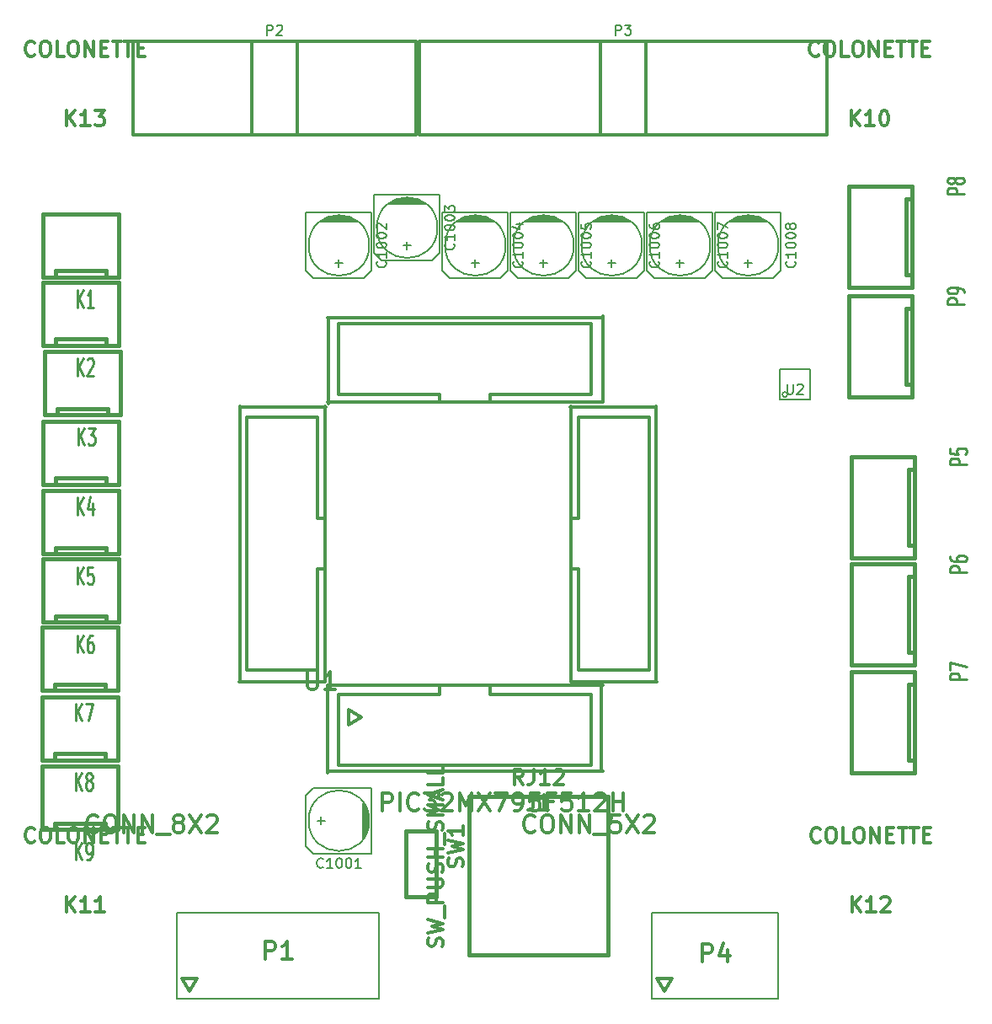
<source format=gto>
G04 #@! TF.FileFunction,Legend,Top*
%FSLAX46Y46*%
G04 Gerber Fmt 4.6, Leading zero omitted, Abs format (unit mm)*
G04 Created by KiCad (PCBNEW 4.0.0-rc1-stable) date mer. 14 oct. 2015 22:56:32 CEST*
%MOMM*%
G01*
G04 APERTURE LIST*
%ADD10C,0.150000*%
%ADD11C,0.304800*%
%ADD12C,0.299720*%
%ADD13C,0.381000*%
%ADD14C,0.152400*%
%ADD15C,0.203200*%
%ADD16C,0.271780*%
G04 APERTURE END LIST*
D10*
D11*
X73811000Y-41497000D02*
X102211000Y-41497000D01*
X102211000Y-32097000D02*
X73811000Y-32097000D01*
X73811000Y-32097000D02*
X73811000Y-41497000D01*
X102211000Y-32097000D02*
X102211000Y-41497000D01*
D12*
X90311000Y-32097000D02*
X90311000Y-41497000D01*
X85711000Y-32097000D02*
X85711000Y-41497000D01*
D13*
X71120000Y-55118000D02*
X71120000Y-55753000D01*
X64770000Y-55753000D02*
X72390000Y-55753000D01*
X71120000Y-55118000D02*
X66040000Y-55118000D01*
X66040000Y-55118000D02*
X66040000Y-55753000D01*
X72390000Y-55753000D02*
X72390000Y-49403000D01*
X72390000Y-49403000D02*
X64770000Y-49403000D01*
X66040000Y-55118000D02*
X66040000Y-55753000D01*
X64770000Y-55753000D02*
X64770000Y-49403000D01*
X71120000Y-61976000D02*
X71120000Y-62611000D01*
X64770000Y-62611000D02*
X72390000Y-62611000D01*
X71120000Y-61976000D02*
X66040000Y-61976000D01*
X66040000Y-61976000D02*
X66040000Y-62611000D01*
X72390000Y-62611000D02*
X72390000Y-56261000D01*
X72390000Y-56261000D02*
X64770000Y-56261000D01*
X66040000Y-61976000D02*
X66040000Y-62611000D01*
X64770000Y-62611000D02*
X64770000Y-56261000D01*
X71247000Y-68961000D02*
X71247000Y-69596000D01*
X64897000Y-69596000D02*
X72517000Y-69596000D01*
X71247000Y-68961000D02*
X66167000Y-68961000D01*
X66167000Y-68961000D02*
X66167000Y-69596000D01*
X72517000Y-69596000D02*
X72517000Y-63246000D01*
X72517000Y-63246000D02*
X64897000Y-63246000D01*
X66167000Y-68961000D02*
X66167000Y-69596000D01*
X64897000Y-69596000D02*
X64897000Y-63246000D01*
X71120000Y-75946000D02*
X71120000Y-76581000D01*
X64770000Y-76581000D02*
X72390000Y-76581000D01*
X71120000Y-75946000D02*
X66040000Y-75946000D01*
X66040000Y-75946000D02*
X66040000Y-76581000D01*
X72390000Y-76581000D02*
X72390000Y-70231000D01*
X72390000Y-70231000D02*
X64770000Y-70231000D01*
X66040000Y-75946000D02*
X66040000Y-76581000D01*
X64770000Y-76581000D02*
X64770000Y-70231000D01*
X71120000Y-82931000D02*
X71120000Y-83566000D01*
X64770000Y-83566000D02*
X72390000Y-83566000D01*
X71120000Y-82931000D02*
X66040000Y-82931000D01*
X66040000Y-82931000D02*
X66040000Y-83566000D01*
X72390000Y-83566000D02*
X72390000Y-77216000D01*
X72390000Y-77216000D02*
X64770000Y-77216000D01*
X66040000Y-82931000D02*
X66040000Y-83566000D01*
X64770000Y-83566000D02*
X64770000Y-77216000D01*
X71120000Y-89789000D02*
X71120000Y-90424000D01*
X64770000Y-90424000D02*
X72390000Y-90424000D01*
X71120000Y-89789000D02*
X66040000Y-89789000D01*
X66040000Y-89789000D02*
X66040000Y-90424000D01*
X72390000Y-90424000D02*
X72390000Y-84074000D01*
X72390000Y-84074000D02*
X64770000Y-84074000D01*
X66040000Y-89789000D02*
X66040000Y-90424000D01*
X64770000Y-90424000D02*
X64770000Y-84074000D01*
X70993000Y-96647000D02*
X70993000Y-97282000D01*
X64643000Y-97282000D02*
X72263000Y-97282000D01*
X70993000Y-96647000D02*
X65913000Y-96647000D01*
X65913000Y-96647000D02*
X65913000Y-97282000D01*
X72263000Y-97282000D02*
X72263000Y-90932000D01*
X72263000Y-90932000D02*
X64643000Y-90932000D01*
X65913000Y-96647000D02*
X65913000Y-97282000D01*
X64643000Y-97282000D02*
X64643000Y-90932000D01*
X70993000Y-103632000D02*
X70993000Y-104267000D01*
X64643000Y-104267000D02*
X72263000Y-104267000D01*
X70993000Y-103632000D02*
X65913000Y-103632000D01*
X65913000Y-103632000D02*
X65913000Y-104267000D01*
X72263000Y-104267000D02*
X72263000Y-97917000D01*
X72263000Y-97917000D02*
X64643000Y-97917000D01*
X65913000Y-103632000D02*
X65913000Y-104267000D01*
X64643000Y-104267000D02*
X64643000Y-97917000D01*
X70993000Y-110617000D02*
X70993000Y-111252000D01*
X64643000Y-111252000D02*
X72263000Y-111252000D01*
X70993000Y-110617000D02*
X65913000Y-110617000D01*
X65913000Y-110617000D02*
X65913000Y-111252000D01*
X72263000Y-111252000D02*
X72263000Y-104902000D01*
X72263000Y-104902000D02*
X64643000Y-104902000D01*
X65913000Y-110617000D02*
X65913000Y-111252000D01*
X64643000Y-111252000D02*
X64643000Y-104902000D01*
X152146000Y-55499000D02*
X151511000Y-55499000D01*
X151511000Y-55499000D02*
X151511000Y-47879000D01*
X151511000Y-47879000D02*
X152146000Y-47879000D01*
X145796000Y-46609000D02*
X145796000Y-56769000D01*
X145796000Y-56769000D02*
X152146000Y-56769000D01*
X152146000Y-56769000D02*
X152146000Y-46609000D01*
X152146000Y-46609000D02*
X145796000Y-46609000D01*
X152400000Y-82677000D02*
X151765000Y-82677000D01*
X151765000Y-82677000D02*
X151765000Y-75057000D01*
X151765000Y-75057000D02*
X152400000Y-75057000D01*
X146050000Y-73787000D02*
X146050000Y-83947000D01*
X146050000Y-83947000D02*
X152400000Y-83947000D01*
X152400000Y-83947000D02*
X152400000Y-73787000D01*
X152400000Y-73787000D02*
X146050000Y-73787000D01*
X152400000Y-104267000D02*
X151765000Y-104267000D01*
X151765000Y-104267000D02*
X151765000Y-96647000D01*
X151765000Y-96647000D02*
X152400000Y-96647000D01*
X146050000Y-95377000D02*
X146050000Y-105537000D01*
X146050000Y-105537000D02*
X152400000Y-105537000D01*
X152400000Y-105537000D02*
X152400000Y-95377000D01*
X152400000Y-95377000D02*
X146050000Y-95377000D01*
X152146000Y-66548000D02*
X151511000Y-66548000D01*
X151511000Y-66548000D02*
X151511000Y-58928000D01*
X151511000Y-58928000D02*
X152146000Y-58928000D01*
X145796000Y-57658000D02*
X145796000Y-67818000D01*
X145796000Y-67818000D02*
X152146000Y-67818000D01*
X152146000Y-67818000D02*
X152146000Y-57658000D01*
X152146000Y-57658000D02*
X145796000Y-57658000D01*
X152400000Y-93472000D02*
X151765000Y-93472000D01*
X151765000Y-93472000D02*
X151765000Y-85852000D01*
X151765000Y-85852000D02*
X152400000Y-85852000D01*
X146050000Y-84582000D02*
X146050000Y-94742000D01*
X146050000Y-94742000D02*
X152400000Y-94742000D01*
X152400000Y-94742000D02*
X152400000Y-84582000D01*
X152400000Y-84582000D02*
X146050000Y-84582000D01*
D11*
X102563000Y-41497000D02*
X143563000Y-41497000D01*
X143563000Y-32097000D02*
X102563000Y-32097000D01*
X102563000Y-32097000D02*
X102563000Y-41497000D01*
X143563000Y-32097000D02*
X143563000Y-41497000D01*
D12*
X125363000Y-32097000D02*
X125363000Y-41497000D01*
X120763000Y-32097000D02*
X120763000Y-41497000D01*
D11*
X93345000Y-96771460D02*
X121031000Y-96771460D01*
X121031000Y-105407460D02*
X93472000Y-105407460D01*
X109728000Y-96898460D02*
X109728000Y-97660460D01*
X109728000Y-97660460D02*
X119888000Y-97660460D01*
X119888000Y-97660460D02*
X119888000Y-104772460D01*
X119888000Y-104772460D02*
X94488000Y-104772460D01*
X94488000Y-104772460D02*
X94488000Y-97660460D01*
X94488000Y-97660460D02*
X104648000Y-97660460D01*
X104648000Y-97660460D02*
X104648000Y-96898460D01*
X120904000Y-96771460D02*
X120904000Y-105407460D01*
X93345000Y-105534460D02*
X93345000Y-96898460D01*
X95504000Y-100711000D02*
X96774000Y-99949000D01*
X95504000Y-99187000D02*
X95504000Y-100711000D01*
X96774000Y-99949000D02*
X95504000Y-99187000D01*
X121031000Y-59690000D02*
X121031000Y-68326000D01*
X93472000Y-68453000D02*
X93472000Y-59817000D01*
X109728000Y-67564000D02*
X109728000Y-68326000D01*
X119888000Y-67564000D02*
X109728000Y-67564000D01*
X119888000Y-60452000D02*
X119888000Y-67564000D01*
X94488000Y-60452000D02*
X119888000Y-60452000D01*
X94488000Y-67564000D02*
X94488000Y-60452000D01*
X104648000Y-67564000D02*
X94488000Y-67564000D01*
X104648000Y-68326000D02*
X104648000Y-67564000D01*
X93345000Y-59817000D02*
X120904000Y-59817000D01*
X121031000Y-68326000D02*
X93345000Y-68326000D01*
X117856000Y-96393000D02*
X117856000Y-68707000D01*
X126365000Y-68707000D02*
X126365000Y-96266000D01*
X117856000Y-80010000D02*
X118618000Y-80010000D01*
X118618000Y-80010000D02*
X118618000Y-69850000D01*
X118618000Y-69850000D02*
X125730000Y-69850000D01*
X125730000Y-69850000D02*
X125730000Y-95250000D01*
X125730000Y-95250000D02*
X118618000Y-95250000D01*
X118618000Y-95250000D02*
X118618000Y-85090000D01*
X118618000Y-85090000D02*
X117856000Y-85090000D01*
X117729000Y-68834000D02*
X126365000Y-68834000D01*
X126492000Y-96393000D02*
X117856000Y-96393000D01*
X84455000Y-96393000D02*
X93091000Y-96393000D01*
X93218000Y-68834000D02*
X84582000Y-68834000D01*
X92329000Y-85090000D02*
X93091000Y-85090000D01*
X92329000Y-95250000D02*
X92329000Y-85090000D01*
X85217000Y-95250000D02*
X92329000Y-95250000D01*
X85217000Y-69850000D02*
X85217000Y-95250000D01*
X92329000Y-69850000D02*
X85217000Y-69850000D01*
X92329000Y-80010000D02*
X92329000Y-69850000D01*
X93091000Y-80010000D02*
X92329000Y-80010000D01*
X84582000Y-68707000D02*
X84582000Y-96266000D01*
X93091000Y-96393000D02*
X93091000Y-68707000D01*
D14*
X139573000Y-67564000D02*
G75*
G03X139573000Y-67564000I-254000J0D01*
G01*
X141859000Y-68072000D02*
X138811000Y-68072000D01*
X138811000Y-68072000D02*
X138811000Y-65024000D01*
X138811000Y-65024000D02*
X141859000Y-65024000D01*
X141859000Y-65024000D02*
X141859000Y-68072000D01*
D13*
X121539000Y-107950000D02*
X121539000Y-123825000D01*
X121539000Y-123825000D02*
X107569000Y-123825000D01*
X107569000Y-123825000D02*
X107569000Y-107950000D01*
X107569000Y-107950000D02*
X121539000Y-107950000D01*
D10*
X98552000Y-119634000D02*
X98552000Y-128270000D01*
X98552000Y-128270000D02*
X78232000Y-128270000D01*
X78232000Y-128270000D02*
X78232000Y-119634000D01*
X98552000Y-119634000D02*
X78232000Y-119634000D01*
D11*
X79502000Y-127508000D02*
X78740000Y-126238000D01*
X78740000Y-126238000D02*
X80264000Y-126238000D01*
X80264000Y-126238000D02*
X79502000Y-127508000D01*
D10*
X138684000Y-119634000D02*
X125984000Y-119634000D01*
X138684000Y-128270000D02*
X125984000Y-128270000D01*
X138684000Y-119634000D02*
X138684000Y-128270000D01*
X125984000Y-128270000D02*
X125984000Y-119634000D01*
D11*
X127254000Y-127508000D02*
X126492000Y-126238000D01*
X126492000Y-126238000D02*
X128016000Y-126238000D01*
X128016000Y-126238000D02*
X127254000Y-127508000D01*
D13*
X104267000Y-111442500D02*
X101219000Y-111442500D01*
X101219000Y-111442500D02*
X101219000Y-118046500D01*
X101219000Y-118046500D02*
X104267000Y-118046500D01*
X104267000Y-118046500D02*
X104267000Y-111442500D01*
D10*
X97409000Y-111125000D02*
X97409000Y-109601000D01*
X97282000Y-109220000D02*
X97282000Y-111506000D01*
X97155000Y-111760000D02*
X97155000Y-108966000D01*
X97028000Y-108712000D02*
X97028000Y-112014000D01*
X96901000Y-112141000D02*
X96901000Y-108585000D01*
X97790000Y-113665000D02*
X97790000Y-107061000D01*
X97790000Y-107061000D02*
X91948000Y-107061000D01*
X91948000Y-107061000D02*
X91186000Y-107823000D01*
X91186000Y-107823000D02*
X91186000Y-112903000D01*
X91186000Y-112903000D02*
X91948000Y-113665000D01*
X91948000Y-113665000D02*
X97790000Y-113665000D01*
X92329000Y-110363000D02*
X93091000Y-110363000D01*
X92710000Y-110744000D02*
X92710000Y-109982000D01*
X97536000Y-110363000D02*
G75*
G03X97536000Y-110363000I-3048000J0D01*
G01*
X95250000Y-49657000D02*
X93726000Y-49657000D01*
X93345000Y-49784000D02*
X95631000Y-49784000D01*
X95885000Y-49911000D02*
X93091000Y-49911000D01*
X92837000Y-50038000D02*
X96139000Y-50038000D01*
X96266000Y-50165000D02*
X92710000Y-50165000D01*
X97790000Y-49276000D02*
X91186000Y-49276000D01*
X91186000Y-49276000D02*
X91186000Y-55118000D01*
X91186000Y-55118000D02*
X91948000Y-55880000D01*
X91948000Y-55880000D02*
X97028000Y-55880000D01*
X97028000Y-55880000D02*
X97790000Y-55118000D01*
X97790000Y-55118000D02*
X97790000Y-49276000D01*
X94488000Y-54737000D02*
X94488000Y-53975000D01*
X94869000Y-54356000D02*
X94107000Y-54356000D01*
X97536000Y-52578000D02*
G75*
G03X97536000Y-52578000I-3048000J0D01*
G01*
X102108000Y-47879000D02*
X100584000Y-47879000D01*
X100203000Y-48006000D02*
X102489000Y-48006000D01*
X102743000Y-48133000D02*
X99949000Y-48133000D01*
X99695000Y-48260000D02*
X102997000Y-48260000D01*
X103124000Y-48387000D02*
X99568000Y-48387000D01*
X104648000Y-47498000D02*
X98044000Y-47498000D01*
X98044000Y-47498000D02*
X98044000Y-53340000D01*
X98044000Y-53340000D02*
X98806000Y-54102000D01*
X98806000Y-54102000D02*
X103886000Y-54102000D01*
X103886000Y-54102000D02*
X104648000Y-53340000D01*
X104648000Y-53340000D02*
X104648000Y-47498000D01*
X101346000Y-52959000D02*
X101346000Y-52197000D01*
X101727000Y-52578000D02*
X100965000Y-52578000D01*
X104394000Y-50800000D02*
G75*
G03X104394000Y-50800000I-3048000J0D01*
G01*
X108966000Y-49657000D02*
X107442000Y-49657000D01*
X107061000Y-49784000D02*
X109347000Y-49784000D01*
X109601000Y-49911000D02*
X106807000Y-49911000D01*
X106553000Y-50038000D02*
X109855000Y-50038000D01*
X109982000Y-50165000D02*
X106426000Y-50165000D01*
X111506000Y-49276000D02*
X104902000Y-49276000D01*
X104902000Y-49276000D02*
X104902000Y-55118000D01*
X104902000Y-55118000D02*
X105664000Y-55880000D01*
X105664000Y-55880000D02*
X110744000Y-55880000D01*
X110744000Y-55880000D02*
X111506000Y-55118000D01*
X111506000Y-55118000D02*
X111506000Y-49276000D01*
X108204000Y-54737000D02*
X108204000Y-53975000D01*
X108585000Y-54356000D02*
X107823000Y-54356000D01*
X111252000Y-52578000D02*
G75*
G03X111252000Y-52578000I-3048000J0D01*
G01*
X115824000Y-49657000D02*
X114300000Y-49657000D01*
X113919000Y-49784000D02*
X116205000Y-49784000D01*
X116459000Y-49911000D02*
X113665000Y-49911000D01*
X113411000Y-50038000D02*
X116713000Y-50038000D01*
X116840000Y-50165000D02*
X113284000Y-50165000D01*
X118364000Y-49276000D02*
X111760000Y-49276000D01*
X111760000Y-49276000D02*
X111760000Y-55118000D01*
X111760000Y-55118000D02*
X112522000Y-55880000D01*
X112522000Y-55880000D02*
X117602000Y-55880000D01*
X117602000Y-55880000D02*
X118364000Y-55118000D01*
X118364000Y-55118000D02*
X118364000Y-49276000D01*
X115062000Y-54737000D02*
X115062000Y-53975000D01*
X115443000Y-54356000D02*
X114681000Y-54356000D01*
X118110000Y-52578000D02*
G75*
G03X118110000Y-52578000I-3048000J0D01*
G01*
X122682000Y-49657000D02*
X121158000Y-49657000D01*
X120777000Y-49784000D02*
X123063000Y-49784000D01*
X123317000Y-49911000D02*
X120523000Y-49911000D01*
X120269000Y-50038000D02*
X123571000Y-50038000D01*
X123698000Y-50165000D02*
X120142000Y-50165000D01*
X125222000Y-49276000D02*
X118618000Y-49276000D01*
X118618000Y-49276000D02*
X118618000Y-55118000D01*
X118618000Y-55118000D02*
X119380000Y-55880000D01*
X119380000Y-55880000D02*
X124460000Y-55880000D01*
X124460000Y-55880000D02*
X125222000Y-55118000D01*
X125222000Y-55118000D02*
X125222000Y-49276000D01*
X121920000Y-54737000D02*
X121920000Y-53975000D01*
X122301000Y-54356000D02*
X121539000Y-54356000D01*
X124968000Y-52578000D02*
G75*
G03X124968000Y-52578000I-3048000J0D01*
G01*
X129540000Y-49657000D02*
X128016000Y-49657000D01*
X127635000Y-49784000D02*
X129921000Y-49784000D01*
X130175000Y-49911000D02*
X127381000Y-49911000D01*
X127127000Y-50038000D02*
X130429000Y-50038000D01*
X130556000Y-50165000D02*
X127000000Y-50165000D01*
X132080000Y-49276000D02*
X125476000Y-49276000D01*
X125476000Y-49276000D02*
X125476000Y-55118000D01*
X125476000Y-55118000D02*
X126238000Y-55880000D01*
X126238000Y-55880000D02*
X131318000Y-55880000D01*
X131318000Y-55880000D02*
X132080000Y-55118000D01*
X132080000Y-55118000D02*
X132080000Y-49276000D01*
X128778000Y-54737000D02*
X128778000Y-53975000D01*
X129159000Y-54356000D02*
X128397000Y-54356000D01*
X131826000Y-52578000D02*
G75*
G03X131826000Y-52578000I-3048000J0D01*
G01*
X136398000Y-49657000D02*
X134874000Y-49657000D01*
X134493000Y-49784000D02*
X136779000Y-49784000D01*
X137033000Y-49911000D02*
X134239000Y-49911000D01*
X133985000Y-50038000D02*
X137287000Y-50038000D01*
X137414000Y-50165000D02*
X133858000Y-50165000D01*
X138938000Y-49276000D02*
X132334000Y-49276000D01*
X132334000Y-49276000D02*
X132334000Y-55118000D01*
X132334000Y-55118000D02*
X133096000Y-55880000D01*
X133096000Y-55880000D02*
X138176000Y-55880000D01*
X138176000Y-55880000D02*
X138938000Y-55118000D01*
X138938000Y-55118000D02*
X138938000Y-49276000D01*
X135636000Y-54737000D02*
X135636000Y-53975000D01*
X136017000Y-54356000D02*
X135255000Y-54356000D01*
X138684000Y-52578000D02*
G75*
G03X138684000Y-52578000I-3048000J0D01*
G01*
D15*
X87272905Y-31449381D02*
X87272905Y-30449381D01*
X87653858Y-30449381D01*
X87749096Y-30497000D01*
X87796715Y-30544619D01*
X87844334Y-30639857D01*
X87844334Y-30782714D01*
X87796715Y-30877952D01*
X87749096Y-30925571D01*
X87653858Y-30973190D01*
X87272905Y-30973190D01*
X88225286Y-30544619D02*
X88272905Y-30497000D01*
X88368143Y-30449381D01*
X88606239Y-30449381D01*
X88701477Y-30497000D01*
X88749096Y-30544619D01*
X88796715Y-30639857D01*
X88796715Y-30735095D01*
X88749096Y-30877952D01*
X88177667Y-31449381D01*
X88796715Y-31449381D01*
D11*
X145977428Y-40567429D02*
X145977428Y-39043429D01*
X146848285Y-40567429D02*
X146195142Y-39696571D01*
X146848285Y-39043429D02*
X145977428Y-39914286D01*
X148299714Y-40567429D02*
X147428857Y-40567429D01*
X147864285Y-40567429D02*
X147864285Y-39043429D01*
X147719142Y-39261143D01*
X147574000Y-39406286D01*
X147428857Y-39478857D01*
X149243143Y-39043429D02*
X149388286Y-39043429D01*
X149533429Y-39116000D01*
X149606000Y-39188571D01*
X149678571Y-39333714D01*
X149751143Y-39624000D01*
X149751143Y-39986857D01*
X149678571Y-40277143D01*
X149606000Y-40422286D01*
X149533429Y-40494857D01*
X149388286Y-40567429D01*
X149243143Y-40567429D01*
X149098000Y-40494857D01*
X149025429Y-40422286D01*
X148952857Y-40277143D01*
X148880286Y-39986857D01*
X148880286Y-39624000D01*
X148952857Y-39333714D01*
X149025429Y-39188571D01*
X149098000Y-39116000D01*
X149243143Y-39043429D01*
X142748001Y-33437286D02*
X142675430Y-33509857D01*
X142457716Y-33582429D01*
X142312573Y-33582429D01*
X142094858Y-33509857D01*
X141949716Y-33364714D01*
X141877144Y-33219571D01*
X141804573Y-32929286D01*
X141804573Y-32711571D01*
X141877144Y-32421286D01*
X141949716Y-32276143D01*
X142094858Y-32131000D01*
X142312573Y-32058429D01*
X142457716Y-32058429D01*
X142675430Y-32131000D01*
X142748001Y-32203571D01*
X143691430Y-32058429D02*
X143981716Y-32058429D01*
X144126858Y-32131000D01*
X144272001Y-32276143D01*
X144344573Y-32566429D01*
X144344573Y-33074429D01*
X144272001Y-33364714D01*
X144126858Y-33509857D01*
X143981716Y-33582429D01*
X143691430Y-33582429D01*
X143546287Y-33509857D01*
X143401144Y-33364714D01*
X143328573Y-33074429D01*
X143328573Y-32566429D01*
X143401144Y-32276143D01*
X143546287Y-32131000D01*
X143691430Y-32058429D01*
X145723429Y-33582429D02*
X144997715Y-33582429D01*
X144997715Y-32058429D01*
X146521715Y-32058429D02*
X146812001Y-32058429D01*
X146957143Y-32131000D01*
X147102286Y-32276143D01*
X147174858Y-32566429D01*
X147174858Y-33074429D01*
X147102286Y-33364714D01*
X146957143Y-33509857D01*
X146812001Y-33582429D01*
X146521715Y-33582429D01*
X146376572Y-33509857D01*
X146231429Y-33364714D01*
X146158858Y-33074429D01*
X146158858Y-32566429D01*
X146231429Y-32276143D01*
X146376572Y-32131000D01*
X146521715Y-32058429D01*
X147828000Y-33582429D02*
X147828000Y-32058429D01*
X148698857Y-33582429D01*
X148698857Y-32058429D01*
X149424571Y-32784143D02*
X149932571Y-32784143D01*
X150150285Y-33582429D02*
X149424571Y-33582429D01*
X149424571Y-32058429D01*
X150150285Y-32058429D01*
X150585714Y-32058429D02*
X151456571Y-32058429D01*
X151021142Y-33582429D02*
X151021142Y-32058429D01*
X151746857Y-32058429D02*
X152617714Y-32058429D01*
X152182285Y-33582429D02*
X152182285Y-32058429D01*
X153125714Y-32784143D02*
X153633714Y-32784143D01*
X153851428Y-33582429D02*
X153125714Y-33582429D01*
X153125714Y-32058429D01*
X153851428Y-32058429D01*
X67110428Y-119561429D02*
X67110428Y-118037429D01*
X67981285Y-119561429D02*
X67328142Y-118690571D01*
X67981285Y-118037429D02*
X67110428Y-118908286D01*
X69432714Y-119561429D02*
X68561857Y-119561429D01*
X68997285Y-119561429D02*
X68997285Y-118037429D01*
X68852142Y-118255143D01*
X68707000Y-118400286D01*
X68561857Y-118472857D01*
X70884143Y-119561429D02*
X70013286Y-119561429D01*
X70448714Y-119561429D02*
X70448714Y-118037429D01*
X70303571Y-118255143D01*
X70158429Y-118400286D01*
X70013286Y-118472857D01*
X63881001Y-112431286D02*
X63808430Y-112503857D01*
X63590716Y-112576429D01*
X63445573Y-112576429D01*
X63227858Y-112503857D01*
X63082716Y-112358714D01*
X63010144Y-112213571D01*
X62937573Y-111923286D01*
X62937573Y-111705571D01*
X63010144Y-111415286D01*
X63082716Y-111270143D01*
X63227858Y-111125000D01*
X63445573Y-111052429D01*
X63590716Y-111052429D01*
X63808430Y-111125000D01*
X63881001Y-111197571D01*
X64824430Y-111052429D02*
X65114716Y-111052429D01*
X65259858Y-111125000D01*
X65405001Y-111270143D01*
X65477573Y-111560429D01*
X65477573Y-112068429D01*
X65405001Y-112358714D01*
X65259858Y-112503857D01*
X65114716Y-112576429D01*
X64824430Y-112576429D01*
X64679287Y-112503857D01*
X64534144Y-112358714D01*
X64461573Y-112068429D01*
X64461573Y-111560429D01*
X64534144Y-111270143D01*
X64679287Y-111125000D01*
X64824430Y-111052429D01*
X66856429Y-112576429D02*
X66130715Y-112576429D01*
X66130715Y-111052429D01*
X67654715Y-111052429D02*
X67945001Y-111052429D01*
X68090143Y-111125000D01*
X68235286Y-111270143D01*
X68307858Y-111560429D01*
X68307858Y-112068429D01*
X68235286Y-112358714D01*
X68090143Y-112503857D01*
X67945001Y-112576429D01*
X67654715Y-112576429D01*
X67509572Y-112503857D01*
X67364429Y-112358714D01*
X67291858Y-112068429D01*
X67291858Y-111560429D01*
X67364429Y-111270143D01*
X67509572Y-111125000D01*
X67654715Y-111052429D01*
X68961000Y-112576429D02*
X68961000Y-111052429D01*
X69831857Y-112576429D01*
X69831857Y-111052429D01*
X70557571Y-111778143D02*
X71065571Y-111778143D01*
X71283285Y-112576429D02*
X70557571Y-112576429D01*
X70557571Y-111052429D01*
X71283285Y-111052429D01*
X71718714Y-111052429D02*
X72589571Y-111052429D01*
X72154142Y-112576429D02*
X72154142Y-111052429D01*
X72879857Y-111052429D02*
X73750714Y-111052429D01*
X73315285Y-112576429D02*
X73315285Y-111052429D01*
X74258714Y-111778143D02*
X74766714Y-111778143D01*
X74984428Y-112576429D02*
X74258714Y-112576429D01*
X74258714Y-111052429D01*
X74984428Y-111052429D01*
X146104428Y-119561429D02*
X146104428Y-118037429D01*
X146975285Y-119561429D02*
X146322142Y-118690571D01*
X146975285Y-118037429D02*
X146104428Y-118908286D01*
X148426714Y-119561429D02*
X147555857Y-119561429D01*
X147991285Y-119561429D02*
X147991285Y-118037429D01*
X147846142Y-118255143D01*
X147701000Y-118400286D01*
X147555857Y-118472857D01*
X149007286Y-118182571D02*
X149079857Y-118110000D01*
X149225000Y-118037429D01*
X149587857Y-118037429D01*
X149733000Y-118110000D01*
X149805571Y-118182571D01*
X149878143Y-118327714D01*
X149878143Y-118472857D01*
X149805571Y-118690571D01*
X148934714Y-119561429D01*
X149878143Y-119561429D01*
X142875001Y-112431286D02*
X142802430Y-112503857D01*
X142584716Y-112576429D01*
X142439573Y-112576429D01*
X142221858Y-112503857D01*
X142076716Y-112358714D01*
X142004144Y-112213571D01*
X141931573Y-111923286D01*
X141931573Y-111705571D01*
X142004144Y-111415286D01*
X142076716Y-111270143D01*
X142221858Y-111125000D01*
X142439573Y-111052429D01*
X142584716Y-111052429D01*
X142802430Y-111125000D01*
X142875001Y-111197571D01*
X143818430Y-111052429D02*
X144108716Y-111052429D01*
X144253858Y-111125000D01*
X144399001Y-111270143D01*
X144471573Y-111560429D01*
X144471573Y-112068429D01*
X144399001Y-112358714D01*
X144253858Y-112503857D01*
X144108716Y-112576429D01*
X143818430Y-112576429D01*
X143673287Y-112503857D01*
X143528144Y-112358714D01*
X143455573Y-112068429D01*
X143455573Y-111560429D01*
X143528144Y-111270143D01*
X143673287Y-111125000D01*
X143818430Y-111052429D01*
X145850429Y-112576429D02*
X145124715Y-112576429D01*
X145124715Y-111052429D01*
X146648715Y-111052429D02*
X146939001Y-111052429D01*
X147084143Y-111125000D01*
X147229286Y-111270143D01*
X147301858Y-111560429D01*
X147301858Y-112068429D01*
X147229286Y-112358714D01*
X147084143Y-112503857D01*
X146939001Y-112576429D01*
X146648715Y-112576429D01*
X146503572Y-112503857D01*
X146358429Y-112358714D01*
X146285858Y-112068429D01*
X146285858Y-111560429D01*
X146358429Y-111270143D01*
X146503572Y-111125000D01*
X146648715Y-111052429D01*
X147955000Y-112576429D02*
X147955000Y-111052429D01*
X148825857Y-112576429D01*
X148825857Y-111052429D01*
X149551571Y-111778143D02*
X150059571Y-111778143D01*
X150277285Y-112576429D02*
X149551571Y-112576429D01*
X149551571Y-111052429D01*
X150277285Y-111052429D01*
X150712714Y-111052429D02*
X151583571Y-111052429D01*
X151148142Y-112576429D02*
X151148142Y-111052429D01*
X151873857Y-111052429D02*
X152744714Y-111052429D01*
X152309285Y-112576429D02*
X152309285Y-111052429D01*
X153252714Y-111778143D02*
X153760714Y-111778143D01*
X153978428Y-112576429D02*
X153252714Y-112576429D01*
X153252714Y-111052429D01*
X153978428Y-111052429D01*
X67110428Y-40567429D02*
X67110428Y-39043429D01*
X67981285Y-40567429D02*
X67328142Y-39696571D01*
X67981285Y-39043429D02*
X67110428Y-39914286D01*
X69432714Y-40567429D02*
X68561857Y-40567429D01*
X68997285Y-40567429D02*
X68997285Y-39043429D01*
X68852142Y-39261143D01*
X68707000Y-39406286D01*
X68561857Y-39478857D01*
X69940714Y-39043429D02*
X70884143Y-39043429D01*
X70376143Y-39624000D01*
X70593857Y-39624000D01*
X70739000Y-39696571D01*
X70811571Y-39769143D01*
X70884143Y-39914286D01*
X70884143Y-40277143D01*
X70811571Y-40422286D01*
X70739000Y-40494857D01*
X70593857Y-40567429D01*
X70158429Y-40567429D01*
X70013286Y-40494857D01*
X69940714Y-40422286D01*
X63881001Y-33437286D02*
X63808430Y-33509857D01*
X63590716Y-33582429D01*
X63445573Y-33582429D01*
X63227858Y-33509857D01*
X63082716Y-33364714D01*
X63010144Y-33219571D01*
X62937573Y-32929286D01*
X62937573Y-32711571D01*
X63010144Y-32421286D01*
X63082716Y-32276143D01*
X63227858Y-32131000D01*
X63445573Y-32058429D01*
X63590716Y-32058429D01*
X63808430Y-32131000D01*
X63881001Y-32203571D01*
X64824430Y-32058429D02*
X65114716Y-32058429D01*
X65259858Y-32131000D01*
X65405001Y-32276143D01*
X65477573Y-32566429D01*
X65477573Y-33074429D01*
X65405001Y-33364714D01*
X65259858Y-33509857D01*
X65114716Y-33582429D01*
X64824430Y-33582429D01*
X64679287Y-33509857D01*
X64534144Y-33364714D01*
X64461573Y-33074429D01*
X64461573Y-32566429D01*
X64534144Y-32276143D01*
X64679287Y-32131000D01*
X64824430Y-32058429D01*
X66856429Y-33582429D02*
X66130715Y-33582429D01*
X66130715Y-32058429D01*
X67654715Y-32058429D02*
X67945001Y-32058429D01*
X68090143Y-32131000D01*
X68235286Y-32276143D01*
X68307858Y-32566429D01*
X68307858Y-33074429D01*
X68235286Y-33364714D01*
X68090143Y-33509857D01*
X67945001Y-33582429D01*
X67654715Y-33582429D01*
X67509572Y-33509857D01*
X67364429Y-33364714D01*
X67291858Y-33074429D01*
X67291858Y-32566429D01*
X67364429Y-32276143D01*
X67509572Y-32131000D01*
X67654715Y-32058429D01*
X68961000Y-33582429D02*
X68961000Y-32058429D01*
X69831857Y-33582429D01*
X69831857Y-32058429D01*
X70557571Y-32784143D02*
X71065571Y-32784143D01*
X71283285Y-33582429D02*
X70557571Y-33582429D01*
X70557571Y-32058429D01*
X71283285Y-32058429D01*
X71718714Y-32058429D02*
X72589571Y-32058429D01*
X72154142Y-33582429D02*
X72154142Y-32058429D01*
X72879857Y-32058429D02*
X73750714Y-32058429D01*
X73315285Y-33582429D02*
X73315285Y-32058429D01*
X74258714Y-32784143D02*
X74766714Y-32784143D01*
X74984428Y-33582429D02*
X74258714Y-33582429D01*
X74258714Y-32058429D01*
X74984428Y-32058429D01*
D16*
X68158602Y-58823800D02*
X68158602Y-57088980D01*
X68779814Y-58823800D02*
X68313905Y-57832474D01*
X68779814Y-57088980D02*
X68158602Y-58080305D01*
X69815166Y-58823800D02*
X69193954Y-58823800D01*
X69504560Y-58823800D02*
X69504560Y-57088980D01*
X69401025Y-57336811D01*
X69297490Y-57502032D01*
X69193954Y-57584642D01*
X68158602Y-65681800D02*
X68158602Y-63946980D01*
X68779814Y-65681800D02*
X68313905Y-64690474D01*
X68779814Y-63946980D02*
X68158602Y-64938305D01*
X69193954Y-64112200D02*
X69245722Y-64029590D01*
X69349257Y-63946980D01*
X69608095Y-63946980D01*
X69711631Y-64029590D01*
X69763398Y-64112200D01*
X69815166Y-64277421D01*
X69815166Y-64442642D01*
X69763398Y-64690474D01*
X69142187Y-65681800D01*
X69815166Y-65681800D01*
X68285602Y-72666800D02*
X68285602Y-70931980D01*
X68906814Y-72666800D02*
X68440905Y-71675474D01*
X68906814Y-70931980D02*
X68285602Y-71923305D01*
X69269187Y-70931980D02*
X69942166Y-70931980D01*
X69579793Y-71592863D01*
X69735095Y-71592863D01*
X69838631Y-71675474D01*
X69890398Y-71758084D01*
X69942166Y-71923305D01*
X69942166Y-72336358D01*
X69890398Y-72501579D01*
X69838631Y-72584189D01*
X69735095Y-72666800D01*
X69424490Y-72666800D01*
X69320954Y-72584189D01*
X69269187Y-72501579D01*
X68158602Y-79651800D02*
X68158602Y-77916980D01*
X68779814Y-79651800D02*
X68313905Y-78660474D01*
X68779814Y-77916980D02*
X68158602Y-78908305D01*
X69711631Y-78495253D02*
X69711631Y-79651800D01*
X69452793Y-77834369D02*
X69193954Y-79073526D01*
X69866934Y-79073526D01*
X68158602Y-86636800D02*
X68158602Y-84901980D01*
X68779814Y-86636800D02*
X68313905Y-85645474D01*
X68779814Y-84901980D02*
X68158602Y-85893305D01*
X69763398Y-84901980D02*
X69245722Y-84901980D01*
X69193954Y-85728084D01*
X69245722Y-85645474D01*
X69349257Y-85562863D01*
X69608095Y-85562863D01*
X69711631Y-85645474D01*
X69763398Y-85728084D01*
X69815166Y-85893305D01*
X69815166Y-86306358D01*
X69763398Y-86471579D01*
X69711631Y-86554189D01*
X69608095Y-86636800D01*
X69349257Y-86636800D01*
X69245722Y-86554189D01*
X69193954Y-86471579D01*
X68158602Y-93494800D02*
X68158602Y-91759980D01*
X68779814Y-93494800D02*
X68313905Y-92503474D01*
X68779814Y-91759980D02*
X68158602Y-92751305D01*
X69711631Y-91759980D02*
X69504560Y-91759980D01*
X69401025Y-91842590D01*
X69349257Y-91925200D01*
X69245722Y-92173032D01*
X69193954Y-92503474D01*
X69193954Y-93164358D01*
X69245722Y-93329579D01*
X69297490Y-93412189D01*
X69401025Y-93494800D01*
X69608095Y-93494800D01*
X69711631Y-93412189D01*
X69763398Y-93329579D01*
X69815166Y-93164358D01*
X69815166Y-92751305D01*
X69763398Y-92586084D01*
X69711631Y-92503474D01*
X69608095Y-92420863D01*
X69401025Y-92420863D01*
X69297490Y-92503474D01*
X69245722Y-92586084D01*
X69193954Y-92751305D01*
X68031602Y-100352800D02*
X68031602Y-98617980D01*
X68652814Y-100352800D02*
X68186905Y-99361474D01*
X68652814Y-98617980D02*
X68031602Y-99609305D01*
X69015187Y-98617980D02*
X69739934Y-98617980D01*
X69274025Y-100352800D01*
X68031602Y-107337800D02*
X68031602Y-105602980D01*
X68652814Y-107337800D02*
X68186905Y-106346474D01*
X68652814Y-105602980D02*
X68031602Y-106594305D01*
X69274025Y-106346474D02*
X69170490Y-106263863D01*
X69118722Y-106181253D01*
X69066954Y-106016032D01*
X69066954Y-105933421D01*
X69118722Y-105768200D01*
X69170490Y-105685590D01*
X69274025Y-105602980D01*
X69481095Y-105602980D01*
X69584631Y-105685590D01*
X69636398Y-105768200D01*
X69688166Y-105933421D01*
X69688166Y-106016032D01*
X69636398Y-106181253D01*
X69584631Y-106263863D01*
X69481095Y-106346474D01*
X69274025Y-106346474D01*
X69170490Y-106429084D01*
X69118722Y-106511695D01*
X69066954Y-106676916D01*
X69066954Y-107007358D01*
X69118722Y-107172579D01*
X69170490Y-107255189D01*
X69274025Y-107337800D01*
X69481095Y-107337800D01*
X69584631Y-107255189D01*
X69636398Y-107172579D01*
X69688166Y-107007358D01*
X69688166Y-106676916D01*
X69636398Y-106511695D01*
X69584631Y-106429084D01*
X69481095Y-106346474D01*
X68031602Y-114322800D02*
X68031602Y-112587980D01*
X68652814Y-114322800D02*
X68186905Y-113331474D01*
X68652814Y-112587980D02*
X68031602Y-113579305D01*
X69170490Y-114322800D02*
X69377560Y-114322800D01*
X69481095Y-114240189D01*
X69532863Y-114157579D01*
X69636398Y-113909747D01*
X69688166Y-113579305D01*
X69688166Y-112918421D01*
X69636398Y-112753200D01*
X69584631Y-112670590D01*
X69481095Y-112587980D01*
X69274025Y-112587980D01*
X69170490Y-112670590D01*
X69118722Y-112753200D01*
X69066954Y-112918421D01*
X69066954Y-113331474D01*
X69118722Y-113496695D01*
X69170490Y-113579305D01*
X69274025Y-113661916D01*
X69481095Y-113661916D01*
X69584631Y-113579305D01*
X69636398Y-113496695D01*
X69688166Y-113331474D01*
X157375800Y-47411398D02*
X155640980Y-47411398D01*
X155640980Y-46997257D01*
X155723590Y-46893722D01*
X155806200Y-46841954D01*
X155971421Y-46790186D01*
X156219253Y-46790186D01*
X156384474Y-46841954D01*
X156467084Y-46893722D01*
X156549695Y-46997257D01*
X156549695Y-47411398D01*
X156384474Y-46168975D02*
X156301863Y-46272510D01*
X156219253Y-46324278D01*
X156054032Y-46376046D01*
X155971421Y-46376046D01*
X155806200Y-46324278D01*
X155723590Y-46272510D01*
X155640980Y-46168975D01*
X155640980Y-45961905D01*
X155723590Y-45858369D01*
X155806200Y-45806602D01*
X155971421Y-45754834D01*
X156054032Y-45754834D01*
X156219253Y-45806602D01*
X156301863Y-45858369D01*
X156384474Y-45961905D01*
X156384474Y-46168975D01*
X156467084Y-46272510D01*
X156549695Y-46324278D01*
X156714916Y-46376046D01*
X157045358Y-46376046D01*
X157210579Y-46324278D01*
X157293189Y-46272510D01*
X157375800Y-46168975D01*
X157375800Y-45961905D01*
X157293189Y-45858369D01*
X157210579Y-45806602D01*
X157045358Y-45754834D01*
X156714916Y-45754834D01*
X156549695Y-45806602D01*
X156467084Y-45858369D01*
X156384474Y-45961905D01*
X157629800Y-74589398D02*
X155894980Y-74589398D01*
X155894980Y-74175257D01*
X155977590Y-74071722D01*
X156060200Y-74019954D01*
X156225421Y-73968186D01*
X156473253Y-73968186D01*
X156638474Y-74019954D01*
X156721084Y-74071722D01*
X156803695Y-74175257D01*
X156803695Y-74589398D01*
X155894980Y-72984602D02*
X155894980Y-73502278D01*
X156721084Y-73554046D01*
X156638474Y-73502278D01*
X156555863Y-73398743D01*
X156555863Y-73139905D01*
X156638474Y-73036369D01*
X156721084Y-72984602D01*
X156886305Y-72932834D01*
X157299358Y-72932834D01*
X157464579Y-72984602D01*
X157547189Y-73036369D01*
X157629800Y-73139905D01*
X157629800Y-73398743D01*
X157547189Y-73502278D01*
X157464579Y-73554046D01*
X157629800Y-96179398D02*
X155894980Y-96179398D01*
X155894980Y-95765257D01*
X155977590Y-95661722D01*
X156060200Y-95609954D01*
X156225421Y-95558186D01*
X156473253Y-95558186D01*
X156638474Y-95609954D01*
X156721084Y-95661722D01*
X156803695Y-95765257D01*
X156803695Y-96179398D01*
X155894980Y-95195813D02*
X155894980Y-94471066D01*
X157629800Y-94936975D01*
X157375800Y-58460398D02*
X155640980Y-58460398D01*
X155640980Y-58046257D01*
X155723590Y-57942722D01*
X155806200Y-57890954D01*
X155971421Y-57839186D01*
X156219253Y-57839186D01*
X156384474Y-57890954D01*
X156467084Y-57942722D01*
X156549695Y-58046257D01*
X156549695Y-58460398D01*
X157375800Y-57321510D02*
X157375800Y-57114440D01*
X157293189Y-57010905D01*
X157210579Y-56959137D01*
X156962747Y-56855602D01*
X156632305Y-56803834D01*
X155971421Y-56803834D01*
X155806200Y-56855602D01*
X155723590Y-56907369D01*
X155640980Y-57010905D01*
X155640980Y-57217975D01*
X155723590Y-57321510D01*
X155806200Y-57373278D01*
X155971421Y-57425046D01*
X156384474Y-57425046D01*
X156549695Y-57373278D01*
X156632305Y-57321510D01*
X156714916Y-57217975D01*
X156714916Y-57010905D01*
X156632305Y-56907369D01*
X156549695Y-56855602D01*
X156384474Y-56803834D01*
X157629800Y-85384398D02*
X155894980Y-85384398D01*
X155894980Y-84970257D01*
X155977590Y-84866722D01*
X156060200Y-84814954D01*
X156225421Y-84763186D01*
X156473253Y-84763186D01*
X156638474Y-84814954D01*
X156721084Y-84866722D01*
X156803695Y-84970257D01*
X156803695Y-85384398D01*
X155894980Y-83831369D02*
X155894980Y-84038440D01*
X155977590Y-84141975D01*
X156060200Y-84193743D01*
X156308032Y-84297278D01*
X156638474Y-84349046D01*
X157299358Y-84349046D01*
X157464579Y-84297278D01*
X157547189Y-84245510D01*
X157629800Y-84141975D01*
X157629800Y-83934905D01*
X157547189Y-83831369D01*
X157464579Y-83779602D01*
X157299358Y-83727834D01*
X156886305Y-83727834D01*
X156721084Y-83779602D01*
X156638474Y-83831369D01*
X156555863Y-83934905D01*
X156555863Y-84141975D01*
X156638474Y-84245510D01*
X156721084Y-84297278D01*
X156886305Y-84349046D01*
D15*
X122324905Y-31449381D02*
X122324905Y-30449381D01*
X122705858Y-30449381D01*
X122801096Y-30497000D01*
X122848715Y-30544619D01*
X122896334Y-30639857D01*
X122896334Y-30782714D01*
X122848715Y-30877952D01*
X122801096Y-30925571D01*
X122705858Y-30973190D01*
X122324905Y-30973190D01*
X123229667Y-30449381D02*
X123848715Y-30449381D01*
X123515381Y-30830333D01*
X123658239Y-30830333D01*
X123753477Y-30877952D01*
X123801096Y-30925571D01*
X123848715Y-31020810D01*
X123848715Y-31258905D01*
X123801096Y-31354143D01*
X123753477Y-31401762D01*
X123658239Y-31449381D01*
X123372524Y-31449381D01*
X123277286Y-31401762D01*
X123229667Y-31354143D01*
D11*
X91355333Y-95419333D02*
X91355333Y-96858667D01*
X91440000Y-97028000D01*
X91524667Y-97112667D01*
X91694000Y-97197333D01*
X92032667Y-97197333D01*
X92202000Y-97112667D01*
X92286667Y-97028000D01*
X92371333Y-96858667D01*
X92371333Y-95419333D01*
X94149334Y-97197333D02*
X93133334Y-97197333D01*
X93641334Y-97197333D02*
X93641334Y-95419333D01*
X93472000Y-95673333D01*
X93302667Y-95842667D01*
X93133334Y-95927333D01*
X98890668Y-109389333D02*
X98890668Y-107611333D01*
X99568002Y-107611333D01*
X99737335Y-107696000D01*
X99822002Y-107780667D01*
X99906668Y-107950000D01*
X99906668Y-108204000D01*
X99822002Y-108373333D01*
X99737335Y-108458000D01*
X99568002Y-108542667D01*
X98890668Y-108542667D01*
X100668668Y-109389333D02*
X100668668Y-107611333D01*
X102531335Y-109220000D02*
X102446669Y-109304667D01*
X102192669Y-109389333D01*
X102023335Y-109389333D01*
X101769335Y-109304667D01*
X101600002Y-109135333D01*
X101515335Y-108966000D01*
X101430669Y-108627333D01*
X101430669Y-108373333D01*
X101515335Y-108034667D01*
X101600002Y-107865333D01*
X101769335Y-107696000D01*
X102023335Y-107611333D01*
X102192669Y-107611333D01*
X102446669Y-107696000D01*
X102531335Y-107780667D01*
X103124002Y-107611333D02*
X104224669Y-107611333D01*
X103632002Y-108288667D01*
X103886002Y-108288667D01*
X104055335Y-108373333D01*
X104140002Y-108458000D01*
X104224669Y-108627333D01*
X104224669Y-109050667D01*
X104140002Y-109220000D01*
X104055335Y-109304667D01*
X103886002Y-109389333D01*
X103378002Y-109389333D01*
X103208669Y-109304667D01*
X103124002Y-109220000D01*
X104902002Y-107780667D02*
X104986668Y-107696000D01*
X105156002Y-107611333D01*
X105579335Y-107611333D01*
X105748668Y-107696000D01*
X105833335Y-107780667D01*
X105918002Y-107950000D01*
X105918002Y-108119333D01*
X105833335Y-108373333D01*
X104817335Y-109389333D01*
X105918002Y-109389333D01*
X106680001Y-109389333D02*
X106680001Y-107611333D01*
X107272668Y-108881333D01*
X107865335Y-107611333D01*
X107865335Y-109389333D01*
X108542668Y-107611333D02*
X109728001Y-109389333D01*
X109728001Y-107611333D02*
X108542668Y-109389333D01*
X110236001Y-107611333D02*
X111421334Y-107611333D01*
X110659334Y-109389333D01*
X112183334Y-109389333D02*
X112522001Y-109389333D01*
X112691334Y-109304667D01*
X112776001Y-109220000D01*
X112945334Y-108966000D01*
X113030001Y-108627333D01*
X113030001Y-107950000D01*
X112945334Y-107780667D01*
X112860667Y-107696000D01*
X112691334Y-107611333D01*
X112352667Y-107611333D01*
X112183334Y-107696000D01*
X112098667Y-107780667D01*
X112014001Y-107950000D01*
X112014001Y-108373333D01*
X112098667Y-108542667D01*
X112183334Y-108627333D01*
X112352667Y-108712000D01*
X112691334Y-108712000D01*
X112860667Y-108627333D01*
X112945334Y-108542667D01*
X113030001Y-108373333D01*
X114638667Y-107611333D02*
X113792000Y-107611333D01*
X113707334Y-108458000D01*
X113792000Y-108373333D01*
X113961334Y-108288667D01*
X114384667Y-108288667D01*
X114554000Y-108373333D01*
X114638667Y-108458000D01*
X114723334Y-108627333D01*
X114723334Y-109050667D01*
X114638667Y-109220000D01*
X114554000Y-109304667D01*
X114384667Y-109389333D01*
X113961334Y-109389333D01*
X113792000Y-109304667D01*
X113707334Y-109220000D01*
X116078000Y-108458000D02*
X115485333Y-108458000D01*
X115485333Y-109389333D02*
X115485333Y-107611333D01*
X116332000Y-107611333D01*
X117856000Y-107611333D02*
X117009333Y-107611333D01*
X116924667Y-108458000D01*
X117009333Y-108373333D01*
X117178667Y-108288667D01*
X117602000Y-108288667D01*
X117771333Y-108373333D01*
X117856000Y-108458000D01*
X117940667Y-108627333D01*
X117940667Y-109050667D01*
X117856000Y-109220000D01*
X117771333Y-109304667D01*
X117602000Y-109389333D01*
X117178667Y-109389333D01*
X117009333Y-109304667D01*
X116924667Y-109220000D01*
X119634000Y-109389333D02*
X118618000Y-109389333D01*
X119126000Y-109389333D02*
X119126000Y-107611333D01*
X118956666Y-107865333D01*
X118787333Y-108034667D01*
X118618000Y-108119333D01*
X120311333Y-107780667D02*
X120395999Y-107696000D01*
X120565333Y-107611333D01*
X120988666Y-107611333D01*
X121157999Y-107696000D01*
X121242666Y-107780667D01*
X121327333Y-107950000D01*
X121327333Y-108119333D01*
X121242666Y-108373333D01*
X120226666Y-109389333D01*
X121327333Y-109389333D01*
X122089332Y-109389333D02*
X122089332Y-107611333D01*
X122089332Y-108458000D02*
X123105332Y-108458000D01*
X123105332Y-109389333D02*
X123105332Y-107611333D01*
D14*
X139560905Y-66499619D02*
X139560905Y-67322095D01*
X139609286Y-67418857D01*
X139657667Y-67467238D01*
X139754429Y-67515619D01*
X139947952Y-67515619D01*
X140044714Y-67467238D01*
X140093095Y-67418857D01*
X140141476Y-67322095D01*
X140141476Y-66499619D01*
X140576905Y-66596381D02*
X140625286Y-66548000D01*
X140722048Y-66499619D01*
X140963952Y-66499619D01*
X141060714Y-66548000D01*
X141109095Y-66596381D01*
X141157476Y-66693143D01*
X141157476Y-66789905D01*
X141109095Y-66935048D01*
X140528524Y-67515619D01*
X141157476Y-67515619D01*
D11*
X114046000Y-107750429D02*
X114046000Y-108839000D01*
X113973428Y-109056714D01*
X113828285Y-109201857D01*
X113610571Y-109274429D01*
X113465428Y-109274429D01*
X115570000Y-109274429D02*
X114699143Y-109274429D01*
X115134571Y-109274429D02*
X115134571Y-107750429D01*
X114989428Y-107968143D01*
X114844286Y-108113286D01*
X114699143Y-108185857D01*
X112993714Y-106734429D02*
X112485714Y-106008714D01*
X112122857Y-106734429D02*
X112122857Y-105210429D01*
X112703429Y-105210429D01*
X112848571Y-105283000D01*
X112921143Y-105355571D01*
X112993714Y-105500714D01*
X112993714Y-105718429D01*
X112921143Y-105863571D01*
X112848571Y-105936143D01*
X112703429Y-106008714D01*
X112122857Y-106008714D01*
X114082286Y-105210429D02*
X114082286Y-106299000D01*
X114009714Y-106516714D01*
X113864571Y-106661857D01*
X113646857Y-106734429D01*
X113501714Y-106734429D01*
X115606286Y-106734429D02*
X114735429Y-106734429D01*
X115170857Y-106734429D02*
X115170857Y-105210429D01*
X115025714Y-105428143D01*
X114880572Y-105573286D01*
X114735429Y-105645857D01*
X116186858Y-105355571D02*
X116259429Y-105283000D01*
X116404572Y-105210429D01*
X116767429Y-105210429D01*
X116912572Y-105283000D01*
X116985143Y-105355571D01*
X117057715Y-105500714D01*
X117057715Y-105645857D01*
X116985143Y-105863571D01*
X116114286Y-106734429D01*
X117057715Y-106734429D01*
X87079667Y-124248333D02*
X87079667Y-122470333D01*
X87757001Y-122470333D01*
X87926334Y-122555000D01*
X88011001Y-122639667D01*
X88095667Y-122809000D01*
X88095667Y-123063000D01*
X88011001Y-123232333D01*
X87926334Y-123317000D01*
X87757001Y-123401667D01*
X87079667Y-123401667D01*
X89789001Y-124248333D02*
X88773001Y-124248333D01*
X89281001Y-124248333D02*
X89281001Y-122470333D01*
X89111667Y-122724333D01*
X88942334Y-122893667D01*
X88773001Y-122978333D01*
X70231000Y-111379000D02*
X70146334Y-111463667D01*
X69892334Y-111548333D01*
X69723000Y-111548333D01*
X69469000Y-111463667D01*
X69299667Y-111294333D01*
X69215000Y-111125000D01*
X69130334Y-110786333D01*
X69130334Y-110532333D01*
X69215000Y-110193667D01*
X69299667Y-110024333D01*
X69469000Y-109855000D01*
X69723000Y-109770333D01*
X69892334Y-109770333D01*
X70146334Y-109855000D01*
X70231000Y-109939667D01*
X71331667Y-109770333D02*
X71670334Y-109770333D01*
X71839667Y-109855000D01*
X72009000Y-110024333D01*
X72093667Y-110363000D01*
X72093667Y-110955667D01*
X72009000Y-111294333D01*
X71839667Y-111463667D01*
X71670334Y-111548333D01*
X71331667Y-111548333D01*
X71162334Y-111463667D01*
X70993000Y-111294333D01*
X70908334Y-110955667D01*
X70908334Y-110363000D01*
X70993000Y-110024333D01*
X71162334Y-109855000D01*
X71331667Y-109770333D01*
X72855667Y-111548333D02*
X72855667Y-109770333D01*
X73871667Y-111548333D01*
X73871667Y-109770333D01*
X74718334Y-111548333D02*
X74718334Y-109770333D01*
X75734334Y-111548333D01*
X75734334Y-109770333D01*
X76157668Y-111717667D02*
X77512335Y-111717667D01*
X78189668Y-110532333D02*
X78020335Y-110447667D01*
X77935668Y-110363000D01*
X77851002Y-110193667D01*
X77851002Y-110109000D01*
X77935668Y-109939667D01*
X78020335Y-109855000D01*
X78189668Y-109770333D01*
X78528335Y-109770333D01*
X78697668Y-109855000D01*
X78782335Y-109939667D01*
X78867002Y-110109000D01*
X78867002Y-110193667D01*
X78782335Y-110363000D01*
X78697668Y-110447667D01*
X78528335Y-110532333D01*
X78189668Y-110532333D01*
X78020335Y-110617000D01*
X77935668Y-110701667D01*
X77851002Y-110871000D01*
X77851002Y-111209667D01*
X77935668Y-111379000D01*
X78020335Y-111463667D01*
X78189668Y-111548333D01*
X78528335Y-111548333D01*
X78697668Y-111463667D01*
X78782335Y-111379000D01*
X78867002Y-111209667D01*
X78867002Y-110871000D01*
X78782335Y-110701667D01*
X78697668Y-110617000D01*
X78528335Y-110532333D01*
X79459668Y-109770333D02*
X80645001Y-111548333D01*
X80645001Y-109770333D02*
X79459668Y-111548333D01*
X81237668Y-109939667D02*
X81322334Y-109855000D01*
X81491668Y-109770333D01*
X81915001Y-109770333D01*
X82084334Y-109855000D01*
X82169001Y-109939667D01*
X82253668Y-110109000D01*
X82253668Y-110278333D01*
X82169001Y-110532333D01*
X81153001Y-111548333D01*
X82253668Y-111548333D01*
X131021667Y-124502333D02*
X131021667Y-122724333D01*
X131699001Y-122724333D01*
X131868334Y-122809000D01*
X131953001Y-122893667D01*
X132037667Y-123063000D01*
X132037667Y-123317000D01*
X131953001Y-123486333D01*
X131868334Y-123571000D01*
X131699001Y-123655667D01*
X131021667Y-123655667D01*
X133561667Y-123317000D02*
X133561667Y-124502333D01*
X133138334Y-122639667D02*
X132715001Y-123909667D01*
X133815667Y-123909667D01*
X114173000Y-111379000D02*
X114088334Y-111463667D01*
X113834334Y-111548333D01*
X113665000Y-111548333D01*
X113411000Y-111463667D01*
X113241667Y-111294333D01*
X113157000Y-111125000D01*
X113072334Y-110786333D01*
X113072334Y-110532333D01*
X113157000Y-110193667D01*
X113241667Y-110024333D01*
X113411000Y-109855000D01*
X113665000Y-109770333D01*
X113834334Y-109770333D01*
X114088334Y-109855000D01*
X114173000Y-109939667D01*
X115273667Y-109770333D02*
X115612334Y-109770333D01*
X115781667Y-109855000D01*
X115951000Y-110024333D01*
X116035667Y-110363000D01*
X116035667Y-110955667D01*
X115951000Y-111294333D01*
X115781667Y-111463667D01*
X115612334Y-111548333D01*
X115273667Y-111548333D01*
X115104334Y-111463667D01*
X114935000Y-111294333D01*
X114850334Y-110955667D01*
X114850334Y-110363000D01*
X114935000Y-110024333D01*
X115104334Y-109855000D01*
X115273667Y-109770333D01*
X116797667Y-111548333D02*
X116797667Y-109770333D01*
X117813667Y-111548333D01*
X117813667Y-109770333D01*
X118660334Y-111548333D02*
X118660334Y-109770333D01*
X119676334Y-111548333D01*
X119676334Y-109770333D01*
X120099668Y-111717667D02*
X121454335Y-111717667D01*
X122724335Y-109770333D02*
X121877668Y-109770333D01*
X121793002Y-110617000D01*
X121877668Y-110532333D01*
X122047002Y-110447667D01*
X122470335Y-110447667D01*
X122639668Y-110532333D01*
X122724335Y-110617000D01*
X122809002Y-110786333D01*
X122809002Y-111209667D01*
X122724335Y-111379000D01*
X122639668Y-111463667D01*
X122470335Y-111548333D01*
X122047002Y-111548333D01*
X121877668Y-111463667D01*
X121793002Y-111379000D01*
X123401668Y-109770333D02*
X124587001Y-111548333D01*
X124587001Y-109770333D02*
X123401668Y-111548333D01*
X125179668Y-109939667D02*
X125264334Y-109855000D01*
X125433668Y-109770333D01*
X125857001Y-109770333D01*
X126026334Y-109855000D01*
X126111001Y-109939667D01*
X126195668Y-110109000D01*
X126195668Y-110278333D01*
X126111001Y-110532333D01*
X125095001Y-111548333D01*
X126195668Y-111548333D01*
X106915857Y-114998500D02*
X106988429Y-114780786D01*
X106988429Y-114417929D01*
X106915857Y-114272786D01*
X106843286Y-114200215D01*
X106698143Y-114127643D01*
X106553000Y-114127643D01*
X106407857Y-114200215D01*
X106335286Y-114272786D01*
X106262714Y-114417929D01*
X106190143Y-114708215D01*
X106117571Y-114853357D01*
X106045000Y-114925929D01*
X105899857Y-114998500D01*
X105754714Y-114998500D01*
X105609571Y-114925929D01*
X105537000Y-114853357D01*
X105464429Y-114708215D01*
X105464429Y-114345357D01*
X105537000Y-114127643D01*
X105464429Y-113619643D02*
X106988429Y-113256786D01*
X105899857Y-112966500D01*
X106988429Y-112676214D01*
X105464429Y-112313357D01*
X106988429Y-110934500D02*
X106988429Y-111805357D01*
X106988429Y-111369929D02*
X105464429Y-111369929D01*
X105682143Y-111515072D01*
X105827286Y-111660214D01*
X105899857Y-111805357D01*
X104883857Y-123017642D02*
X104956429Y-122799928D01*
X104956429Y-122437071D01*
X104883857Y-122291928D01*
X104811286Y-122219357D01*
X104666143Y-122146785D01*
X104521000Y-122146785D01*
X104375857Y-122219357D01*
X104303286Y-122291928D01*
X104230714Y-122437071D01*
X104158143Y-122727357D01*
X104085571Y-122872499D01*
X104013000Y-122945071D01*
X103867857Y-123017642D01*
X103722714Y-123017642D01*
X103577571Y-122945071D01*
X103505000Y-122872499D01*
X103432429Y-122727357D01*
X103432429Y-122364499D01*
X103505000Y-122146785D01*
X103432429Y-121638785D02*
X104956429Y-121275928D01*
X103867857Y-120985642D01*
X104956429Y-120695356D01*
X103432429Y-120332499D01*
X105101571Y-120114785D02*
X105101571Y-118953642D01*
X104956429Y-118590785D02*
X103432429Y-118590785D01*
X103432429Y-118010213D01*
X103505000Y-117865071D01*
X103577571Y-117792499D01*
X103722714Y-117719928D01*
X103940429Y-117719928D01*
X104085571Y-117792499D01*
X104158143Y-117865071D01*
X104230714Y-118010213D01*
X104230714Y-118590785D01*
X103432429Y-117066785D02*
X104666143Y-117066785D01*
X104811286Y-116994213D01*
X104883857Y-116921642D01*
X104956429Y-116776499D01*
X104956429Y-116486213D01*
X104883857Y-116341071D01*
X104811286Y-116268499D01*
X104666143Y-116195928D01*
X103432429Y-116195928D01*
X104883857Y-115542785D02*
X104956429Y-115325071D01*
X104956429Y-114962214D01*
X104883857Y-114817071D01*
X104811286Y-114744500D01*
X104666143Y-114671928D01*
X104521000Y-114671928D01*
X104375857Y-114744500D01*
X104303286Y-114817071D01*
X104230714Y-114962214D01*
X104158143Y-115252500D01*
X104085571Y-115397642D01*
X104013000Y-115470214D01*
X103867857Y-115542785D01*
X103722714Y-115542785D01*
X103577571Y-115470214D01*
X103505000Y-115397642D01*
X103432429Y-115252500D01*
X103432429Y-114889642D01*
X103505000Y-114671928D01*
X104956429Y-114018785D02*
X103432429Y-114018785D01*
X104158143Y-114018785D02*
X104158143Y-113147928D01*
X104956429Y-113147928D02*
X103432429Y-113147928D01*
X105101571Y-112785071D02*
X105101571Y-111623928D01*
X104883857Y-111333642D02*
X104956429Y-111115928D01*
X104956429Y-110753071D01*
X104883857Y-110607928D01*
X104811286Y-110535357D01*
X104666143Y-110462785D01*
X104521000Y-110462785D01*
X104375857Y-110535357D01*
X104303286Y-110607928D01*
X104230714Y-110753071D01*
X104158143Y-111043357D01*
X104085571Y-111188499D01*
X104013000Y-111261071D01*
X103867857Y-111333642D01*
X103722714Y-111333642D01*
X103577571Y-111261071D01*
X103505000Y-111188499D01*
X103432429Y-111043357D01*
X103432429Y-110680499D01*
X103505000Y-110462785D01*
X104956429Y-109809642D02*
X103432429Y-109809642D01*
X104521000Y-109301642D01*
X103432429Y-108793642D01*
X104956429Y-108793642D01*
X104521000Y-108140499D02*
X104521000Y-107414785D01*
X104956429Y-108285642D02*
X103432429Y-107777642D01*
X104956429Y-107269642D01*
X104956429Y-106035928D02*
X104956429Y-106761642D01*
X103432429Y-106761642D01*
X104956429Y-104802214D02*
X104956429Y-105527928D01*
X103432429Y-105527928D01*
D10*
X92892762Y-115038143D02*
X92845143Y-115085762D01*
X92702286Y-115133381D01*
X92607048Y-115133381D01*
X92464190Y-115085762D01*
X92368952Y-114990524D01*
X92321333Y-114895286D01*
X92273714Y-114704810D01*
X92273714Y-114561952D01*
X92321333Y-114371476D01*
X92368952Y-114276238D01*
X92464190Y-114181000D01*
X92607048Y-114133381D01*
X92702286Y-114133381D01*
X92845143Y-114181000D01*
X92892762Y-114228619D01*
X93845143Y-115133381D02*
X93273714Y-115133381D01*
X93559428Y-115133381D02*
X93559428Y-114133381D01*
X93464190Y-114276238D01*
X93368952Y-114371476D01*
X93273714Y-114419095D01*
X94464190Y-114133381D02*
X94559429Y-114133381D01*
X94654667Y-114181000D01*
X94702286Y-114228619D01*
X94749905Y-114323857D01*
X94797524Y-114514333D01*
X94797524Y-114752429D01*
X94749905Y-114942905D01*
X94702286Y-115038143D01*
X94654667Y-115085762D01*
X94559429Y-115133381D01*
X94464190Y-115133381D01*
X94368952Y-115085762D01*
X94321333Y-115038143D01*
X94273714Y-114942905D01*
X94226095Y-114752429D01*
X94226095Y-114514333D01*
X94273714Y-114323857D01*
X94321333Y-114228619D01*
X94368952Y-114181000D01*
X94464190Y-114133381D01*
X95416571Y-114133381D02*
X95511810Y-114133381D01*
X95607048Y-114181000D01*
X95654667Y-114228619D01*
X95702286Y-114323857D01*
X95749905Y-114514333D01*
X95749905Y-114752429D01*
X95702286Y-114942905D01*
X95654667Y-115038143D01*
X95607048Y-115085762D01*
X95511810Y-115133381D01*
X95416571Y-115133381D01*
X95321333Y-115085762D01*
X95273714Y-115038143D01*
X95226095Y-114942905D01*
X95178476Y-114752429D01*
X95178476Y-114514333D01*
X95226095Y-114323857D01*
X95273714Y-114228619D01*
X95321333Y-114181000D01*
X95416571Y-114133381D01*
X96702286Y-115133381D02*
X96130857Y-115133381D01*
X96416571Y-115133381D02*
X96416571Y-114133381D01*
X96321333Y-114276238D01*
X96226095Y-114371476D01*
X96130857Y-114419095D01*
X99163143Y-54173238D02*
X99210762Y-54220857D01*
X99258381Y-54363714D01*
X99258381Y-54458952D01*
X99210762Y-54601810D01*
X99115524Y-54697048D01*
X99020286Y-54744667D01*
X98829810Y-54792286D01*
X98686952Y-54792286D01*
X98496476Y-54744667D01*
X98401238Y-54697048D01*
X98306000Y-54601810D01*
X98258381Y-54458952D01*
X98258381Y-54363714D01*
X98306000Y-54220857D01*
X98353619Y-54173238D01*
X99258381Y-53220857D02*
X99258381Y-53792286D01*
X99258381Y-53506572D02*
X98258381Y-53506572D01*
X98401238Y-53601810D01*
X98496476Y-53697048D01*
X98544095Y-53792286D01*
X98258381Y-52601810D02*
X98258381Y-52506571D01*
X98306000Y-52411333D01*
X98353619Y-52363714D01*
X98448857Y-52316095D01*
X98639333Y-52268476D01*
X98877429Y-52268476D01*
X99067905Y-52316095D01*
X99163143Y-52363714D01*
X99210762Y-52411333D01*
X99258381Y-52506571D01*
X99258381Y-52601810D01*
X99210762Y-52697048D01*
X99163143Y-52744667D01*
X99067905Y-52792286D01*
X98877429Y-52839905D01*
X98639333Y-52839905D01*
X98448857Y-52792286D01*
X98353619Y-52744667D01*
X98306000Y-52697048D01*
X98258381Y-52601810D01*
X98258381Y-51649429D02*
X98258381Y-51554190D01*
X98306000Y-51458952D01*
X98353619Y-51411333D01*
X98448857Y-51363714D01*
X98639333Y-51316095D01*
X98877429Y-51316095D01*
X99067905Y-51363714D01*
X99163143Y-51411333D01*
X99210762Y-51458952D01*
X99258381Y-51554190D01*
X99258381Y-51649429D01*
X99210762Y-51744667D01*
X99163143Y-51792286D01*
X99067905Y-51839905D01*
X98877429Y-51887524D01*
X98639333Y-51887524D01*
X98448857Y-51839905D01*
X98353619Y-51792286D01*
X98306000Y-51744667D01*
X98258381Y-51649429D01*
X98353619Y-50935143D02*
X98306000Y-50887524D01*
X98258381Y-50792286D01*
X98258381Y-50554190D01*
X98306000Y-50458952D01*
X98353619Y-50411333D01*
X98448857Y-50363714D01*
X98544095Y-50363714D01*
X98686952Y-50411333D01*
X99258381Y-50982762D01*
X99258381Y-50363714D01*
X106021143Y-52395238D02*
X106068762Y-52442857D01*
X106116381Y-52585714D01*
X106116381Y-52680952D01*
X106068762Y-52823810D01*
X105973524Y-52919048D01*
X105878286Y-52966667D01*
X105687810Y-53014286D01*
X105544952Y-53014286D01*
X105354476Y-52966667D01*
X105259238Y-52919048D01*
X105164000Y-52823810D01*
X105116381Y-52680952D01*
X105116381Y-52585714D01*
X105164000Y-52442857D01*
X105211619Y-52395238D01*
X106116381Y-51442857D02*
X106116381Y-52014286D01*
X106116381Y-51728572D02*
X105116381Y-51728572D01*
X105259238Y-51823810D01*
X105354476Y-51919048D01*
X105402095Y-52014286D01*
X105116381Y-50823810D02*
X105116381Y-50728571D01*
X105164000Y-50633333D01*
X105211619Y-50585714D01*
X105306857Y-50538095D01*
X105497333Y-50490476D01*
X105735429Y-50490476D01*
X105925905Y-50538095D01*
X106021143Y-50585714D01*
X106068762Y-50633333D01*
X106116381Y-50728571D01*
X106116381Y-50823810D01*
X106068762Y-50919048D01*
X106021143Y-50966667D01*
X105925905Y-51014286D01*
X105735429Y-51061905D01*
X105497333Y-51061905D01*
X105306857Y-51014286D01*
X105211619Y-50966667D01*
X105164000Y-50919048D01*
X105116381Y-50823810D01*
X105116381Y-49871429D02*
X105116381Y-49776190D01*
X105164000Y-49680952D01*
X105211619Y-49633333D01*
X105306857Y-49585714D01*
X105497333Y-49538095D01*
X105735429Y-49538095D01*
X105925905Y-49585714D01*
X106021143Y-49633333D01*
X106068762Y-49680952D01*
X106116381Y-49776190D01*
X106116381Y-49871429D01*
X106068762Y-49966667D01*
X106021143Y-50014286D01*
X105925905Y-50061905D01*
X105735429Y-50109524D01*
X105497333Y-50109524D01*
X105306857Y-50061905D01*
X105211619Y-50014286D01*
X105164000Y-49966667D01*
X105116381Y-49871429D01*
X105116381Y-49204762D02*
X105116381Y-48585714D01*
X105497333Y-48919048D01*
X105497333Y-48776190D01*
X105544952Y-48680952D01*
X105592571Y-48633333D01*
X105687810Y-48585714D01*
X105925905Y-48585714D01*
X106021143Y-48633333D01*
X106068762Y-48680952D01*
X106116381Y-48776190D01*
X106116381Y-49061905D01*
X106068762Y-49157143D01*
X106021143Y-49204762D01*
X112879143Y-54173238D02*
X112926762Y-54220857D01*
X112974381Y-54363714D01*
X112974381Y-54458952D01*
X112926762Y-54601810D01*
X112831524Y-54697048D01*
X112736286Y-54744667D01*
X112545810Y-54792286D01*
X112402952Y-54792286D01*
X112212476Y-54744667D01*
X112117238Y-54697048D01*
X112022000Y-54601810D01*
X111974381Y-54458952D01*
X111974381Y-54363714D01*
X112022000Y-54220857D01*
X112069619Y-54173238D01*
X112974381Y-53220857D02*
X112974381Y-53792286D01*
X112974381Y-53506572D02*
X111974381Y-53506572D01*
X112117238Y-53601810D01*
X112212476Y-53697048D01*
X112260095Y-53792286D01*
X111974381Y-52601810D02*
X111974381Y-52506571D01*
X112022000Y-52411333D01*
X112069619Y-52363714D01*
X112164857Y-52316095D01*
X112355333Y-52268476D01*
X112593429Y-52268476D01*
X112783905Y-52316095D01*
X112879143Y-52363714D01*
X112926762Y-52411333D01*
X112974381Y-52506571D01*
X112974381Y-52601810D01*
X112926762Y-52697048D01*
X112879143Y-52744667D01*
X112783905Y-52792286D01*
X112593429Y-52839905D01*
X112355333Y-52839905D01*
X112164857Y-52792286D01*
X112069619Y-52744667D01*
X112022000Y-52697048D01*
X111974381Y-52601810D01*
X111974381Y-51649429D02*
X111974381Y-51554190D01*
X112022000Y-51458952D01*
X112069619Y-51411333D01*
X112164857Y-51363714D01*
X112355333Y-51316095D01*
X112593429Y-51316095D01*
X112783905Y-51363714D01*
X112879143Y-51411333D01*
X112926762Y-51458952D01*
X112974381Y-51554190D01*
X112974381Y-51649429D01*
X112926762Y-51744667D01*
X112879143Y-51792286D01*
X112783905Y-51839905D01*
X112593429Y-51887524D01*
X112355333Y-51887524D01*
X112164857Y-51839905D01*
X112069619Y-51792286D01*
X112022000Y-51744667D01*
X111974381Y-51649429D01*
X112307714Y-50458952D02*
X112974381Y-50458952D01*
X111926762Y-50697048D02*
X112641048Y-50935143D01*
X112641048Y-50316095D01*
X119737143Y-54173238D02*
X119784762Y-54220857D01*
X119832381Y-54363714D01*
X119832381Y-54458952D01*
X119784762Y-54601810D01*
X119689524Y-54697048D01*
X119594286Y-54744667D01*
X119403810Y-54792286D01*
X119260952Y-54792286D01*
X119070476Y-54744667D01*
X118975238Y-54697048D01*
X118880000Y-54601810D01*
X118832381Y-54458952D01*
X118832381Y-54363714D01*
X118880000Y-54220857D01*
X118927619Y-54173238D01*
X119832381Y-53220857D02*
X119832381Y-53792286D01*
X119832381Y-53506572D02*
X118832381Y-53506572D01*
X118975238Y-53601810D01*
X119070476Y-53697048D01*
X119118095Y-53792286D01*
X118832381Y-52601810D02*
X118832381Y-52506571D01*
X118880000Y-52411333D01*
X118927619Y-52363714D01*
X119022857Y-52316095D01*
X119213333Y-52268476D01*
X119451429Y-52268476D01*
X119641905Y-52316095D01*
X119737143Y-52363714D01*
X119784762Y-52411333D01*
X119832381Y-52506571D01*
X119832381Y-52601810D01*
X119784762Y-52697048D01*
X119737143Y-52744667D01*
X119641905Y-52792286D01*
X119451429Y-52839905D01*
X119213333Y-52839905D01*
X119022857Y-52792286D01*
X118927619Y-52744667D01*
X118880000Y-52697048D01*
X118832381Y-52601810D01*
X118832381Y-51649429D02*
X118832381Y-51554190D01*
X118880000Y-51458952D01*
X118927619Y-51411333D01*
X119022857Y-51363714D01*
X119213333Y-51316095D01*
X119451429Y-51316095D01*
X119641905Y-51363714D01*
X119737143Y-51411333D01*
X119784762Y-51458952D01*
X119832381Y-51554190D01*
X119832381Y-51649429D01*
X119784762Y-51744667D01*
X119737143Y-51792286D01*
X119641905Y-51839905D01*
X119451429Y-51887524D01*
X119213333Y-51887524D01*
X119022857Y-51839905D01*
X118927619Y-51792286D01*
X118880000Y-51744667D01*
X118832381Y-51649429D01*
X118832381Y-50411333D02*
X118832381Y-50887524D01*
X119308571Y-50935143D01*
X119260952Y-50887524D01*
X119213333Y-50792286D01*
X119213333Y-50554190D01*
X119260952Y-50458952D01*
X119308571Y-50411333D01*
X119403810Y-50363714D01*
X119641905Y-50363714D01*
X119737143Y-50411333D01*
X119784762Y-50458952D01*
X119832381Y-50554190D01*
X119832381Y-50792286D01*
X119784762Y-50887524D01*
X119737143Y-50935143D01*
X126595143Y-54173238D02*
X126642762Y-54220857D01*
X126690381Y-54363714D01*
X126690381Y-54458952D01*
X126642762Y-54601810D01*
X126547524Y-54697048D01*
X126452286Y-54744667D01*
X126261810Y-54792286D01*
X126118952Y-54792286D01*
X125928476Y-54744667D01*
X125833238Y-54697048D01*
X125738000Y-54601810D01*
X125690381Y-54458952D01*
X125690381Y-54363714D01*
X125738000Y-54220857D01*
X125785619Y-54173238D01*
X126690381Y-53220857D02*
X126690381Y-53792286D01*
X126690381Y-53506572D02*
X125690381Y-53506572D01*
X125833238Y-53601810D01*
X125928476Y-53697048D01*
X125976095Y-53792286D01*
X125690381Y-52601810D02*
X125690381Y-52506571D01*
X125738000Y-52411333D01*
X125785619Y-52363714D01*
X125880857Y-52316095D01*
X126071333Y-52268476D01*
X126309429Y-52268476D01*
X126499905Y-52316095D01*
X126595143Y-52363714D01*
X126642762Y-52411333D01*
X126690381Y-52506571D01*
X126690381Y-52601810D01*
X126642762Y-52697048D01*
X126595143Y-52744667D01*
X126499905Y-52792286D01*
X126309429Y-52839905D01*
X126071333Y-52839905D01*
X125880857Y-52792286D01*
X125785619Y-52744667D01*
X125738000Y-52697048D01*
X125690381Y-52601810D01*
X125690381Y-51649429D02*
X125690381Y-51554190D01*
X125738000Y-51458952D01*
X125785619Y-51411333D01*
X125880857Y-51363714D01*
X126071333Y-51316095D01*
X126309429Y-51316095D01*
X126499905Y-51363714D01*
X126595143Y-51411333D01*
X126642762Y-51458952D01*
X126690381Y-51554190D01*
X126690381Y-51649429D01*
X126642762Y-51744667D01*
X126595143Y-51792286D01*
X126499905Y-51839905D01*
X126309429Y-51887524D01*
X126071333Y-51887524D01*
X125880857Y-51839905D01*
X125785619Y-51792286D01*
X125738000Y-51744667D01*
X125690381Y-51649429D01*
X125690381Y-50458952D02*
X125690381Y-50649429D01*
X125738000Y-50744667D01*
X125785619Y-50792286D01*
X125928476Y-50887524D01*
X126118952Y-50935143D01*
X126499905Y-50935143D01*
X126595143Y-50887524D01*
X126642762Y-50839905D01*
X126690381Y-50744667D01*
X126690381Y-50554190D01*
X126642762Y-50458952D01*
X126595143Y-50411333D01*
X126499905Y-50363714D01*
X126261810Y-50363714D01*
X126166571Y-50411333D01*
X126118952Y-50458952D01*
X126071333Y-50554190D01*
X126071333Y-50744667D01*
X126118952Y-50839905D01*
X126166571Y-50887524D01*
X126261810Y-50935143D01*
X133453143Y-54173238D02*
X133500762Y-54220857D01*
X133548381Y-54363714D01*
X133548381Y-54458952D01*
X133500762Y-54601810D01*
X133405524Y-54697048D01*
X133310286Y-54744667D01*
X133119810Y-54792286D01*
X132976952Y-54792286D01*
X132786476Y-54744667D01*
X132691238Y-54697048D01*
X132596000Y-54601810D01*
X132548381Y-54458952D01*
X132548381Y-54363714D01*
X132596000Y-54220857D01*
X132643619Y-54173238D01*
X133548381Y-53220857D02*
X133548381Y-53792286D01*
X133548381Y-53506572D02*
X132548381Y-53506572D01*
X132691238Y-53601810D01*
X132786476Y-53697048D01*
X132834095Y-53792286D01*
X132548381Y-52601810D02*
X132548381Y-52506571D01*
X132596000Y-52411333D01*
X132643619Y-52363714D01*
X132738857Y-52316095D01*
X132929333Y-52268476D01*
X133167429Y-52268476D01*
X133357905Y-52316095D01*
X133453143Y-52363714D01*
X133500762Y-52411333D01*
X133548381Y-52506571D01*
X133548381Y-52601810D01*
X133500762Y-52697048D01*
X133453143Y-52744667D01*
X133357905Y-52792286D01*
X133167429Y-52839905D01*
X132929333Y-52839905D01*
X132738857Y-52792286D01*
X132643619Y-52744667D01*
X132596000Y-52697048D01*
X132548381Y-52601810D01*
X132548381Y-51649429D02*
X132548381Y-51554190D01*
X132596000Y-51458952D01*
X132643619Y-51411333D01*
X132738857Y-51363714D01*
X132929333Y-51316095D01*
X133167429Y-51316095D01*
X133357905Y-51363714D01*
X133453143Y-51411333D01*
X133500762Y-51458952D01*
X133548381Y-51554190D01*
X133548381Y-51649429D01*
X133500762Y-51744667D01*
X133453143Y-51792286D01*
X133357905Y-51839905D01*
X133167429Y-51887524D01*
X132929333Y-51887524D01*
X132738857Y-51839905D01*
X132643619Y-51792286D01*
X132596000Y-51744667D01*
X132548381Y-51649429D01*
X132548381Y-50982762D02*
X132548381Y-50316095D01*
X133548381Y-50744667D01*
X140311143Y-54173238D02*
X140358762Y-54220857D01*
X140406381Y-54363714D01*
X140406381Y-54458952D01*
X140358762Y-54601810D01*
X140263524Y-54697048D01*
X140168286Y-54744667D01*
X139977810Y-54792286D01*
X139834952Y-54792286D01*
X139644476Y-54744667D01*
X139549238Y-54697048D01*
X139454000Y-54601810D01*
X139406381Y-54458952D01*
X139406381Y-54363714D01*
X139454000Y-54220857D01*
X139501619Y-54173238D01*
X140406381Y-53220857D02*
X140406381Y-53792286D01*
X140406381Y-53506572D02*
X139406381Y-53506572D01*
X139549238Y-53601810D01*
X139644476Y-53697048D01*
X139692095Y-53792286D01*
X139406381Y-52601810D02*
X139406381Y-52506571D01*
X139454000Y-52411333D01*
X139501619Y-52363714D01*
X139596857Y-52316095D01*
X139787333Y-52268476D01*
X140025429Y-52268476D01*
X140215905Y-52316095D01*
X140311143Y-52363714D01*
X140358762Y-52411333D01*
X140406381Y-52506571D01*
X140406381Y-52601810D01*
X140358762Y-52697048D01*
X140311143Y-52744667D01*
X140215905Y-52792286D01*
X140025429Y-52839905D01*
X139787333Y-52839905D01*
X139596857Y-52792286D01*
X139501619Y-52744667D01*
X139454000Y-52697048D01*
X139406381Y-52601810D01*
X139406381Y-51649429D02*
X139406381Y-51554190D01*
X139454000Y-51458952D01*
X139501619Y-51411333D01*
X139596857Y-51363714D01*
X139787333Y-51316095D01*
X140025429Y-51316095D01*
X140215905Y-51363714D01*
X140311143Y-51411333D01*
X140358762Y-51458952D01*
X140406381Y-51554190D01*
X140406381Y-51649429D01*
X140358762Y-51744667D01*
X140311143Y-51792286D01*
X140215905Y-51839905D01*
X140025429Y-51887524D01*
X139787333Y-51887524D01*
X139596857Y-51839905D01*
X139501619Y-51792286D01*
X139454000Y-51744667D01*
X139406381Y-51649429D01*
X139834952Y-50744667D02*
X139787333Y-50839905D01*
X139739714Y-50887524D01*
X139644476Y-50935143D01*
X139596857Y-50935143D01*
X139501619Y-50887524D01*
X139454000Y-50839905D01*
X139406381Y-50744667D01*
X139406381Y-50554190D01*
X139454000Y-50458952D01*
X139501619Y-50411333D01*
X139596857Y-50363714D01*
X139644476Y-50363714D01*
X139739714Y-50411333D01*
X139787333Y-50458952D01*
X139834952Y-50554190D01*
X139834952Y-50744667D01*
X139882571Y-50839905D01*
X139930190Y-50887524D01*
X140025429Y-50935143D01*
X140215905Y-50935143D01*
X140311143Y-50887524D01*
X140358762Y-50839905D01*
X140406381Y-50744667D01*
X140406381Y-50554190D01*
X140358762Y-50458952D01*
X140311143Y-50411333D01*
X140215905Y-50363714D01*
X140025429Y-50363714D01*
X139930190Y-50411333D01*
X139882571Y-50458952D01*
X139834952Y-50554190D01*
M02*

</source>
